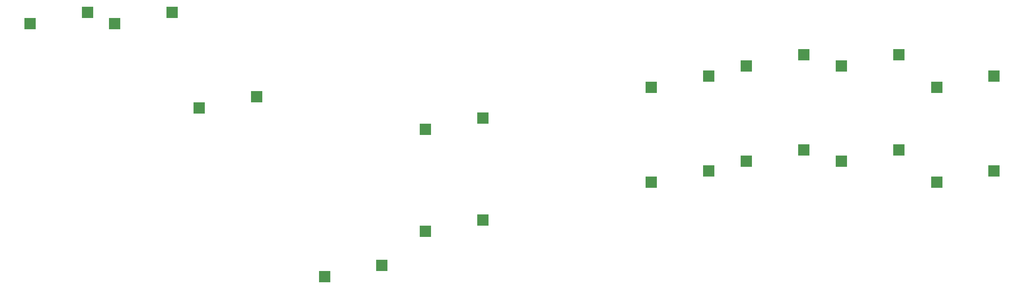
<source format=gbp>
%TF.GenerationSoftware,KiCad,Pcbnew,8.0.0*%
%TF.CreationDate,2024-03-10T16:47:54-04:00*%
%TF.ProjectId,my-split,6d792d73-706c-4697-942e-6b696361645f,rev?*%
%TF.SameCoordinates,Original*%
%TF.FileFunction,Paste,Bot*%
%TF.FilePolarity,Positive*%
%FSLAX46Y46*%
G04 Gerber Fmt 4.6, Leading zero omitted, Abs format (unit mm)*
G04 Created by KiCad (PCBNEW 8.0.0) date 2024-03-10 16:47:54*
%MOMM*%
%LPD*%
G01*
G04 APERTURE LIST*
%ADD10R,2.550000X2.500000*%
G04 APERTURE END LIST*
D10*
%TO.C,MX15*%
X176081500Y-106997500D03*
X189008500Y-104457500D03*
%TD*%
%TO.C,MX3*%
X55153500Y-71192500D03*
X68080500Y-68652500D03*
%TD*%
%TO.C,MX4*%
X74203500Y-90242500D03*
X87130500Y-87702500D03*
%TD*%
%TO.C,MX13*%
X218944000Y-80803750D03*
X231871000Y-78263750D03*
%TD*%
%TO.C,MX9*%
X176076234Y-85566250D03*
X189003234Y-83026250D03*
%TD*%
%TO.C,MX1*%
X125169000Y-95053700D03*
X138096000Y-92513700D03*
%TD*%
%TO.C,MX14*%
X240375250Y-85566250D03*
X253302250Y-83026250D03*
%TD*%
%TO.C,MX19*%
X102461000Y-128342500D03*
X115388000Y-125802500D03*
%TD*%
%TO.C,MX10*%
X197512750Y-80803750D03*
X210439750Y-78263750D03*
%TD*%
%TO.C,MX2*%
X36103500Y-71192500D03*
X49030500Y-68652500D03*
%TD*%
%TO.C,MX5*%
X125169000Y-118149500D03*
X138096000Y-115609500D03*
%TD*%
%TO.C,MX17*%
X218924000Y-102235000D03*
X231851000Y-99695000D03*
%TD*%
%TO.C,MX16*%
X197512750Y-102235000D03*
X210439750Y-99695000D03*
%TD*%
%TO.C,MX18*%
X240375250Y-106997500D03*
X253302250Y-104457500D03*
%TD*%
M02*

</source>
